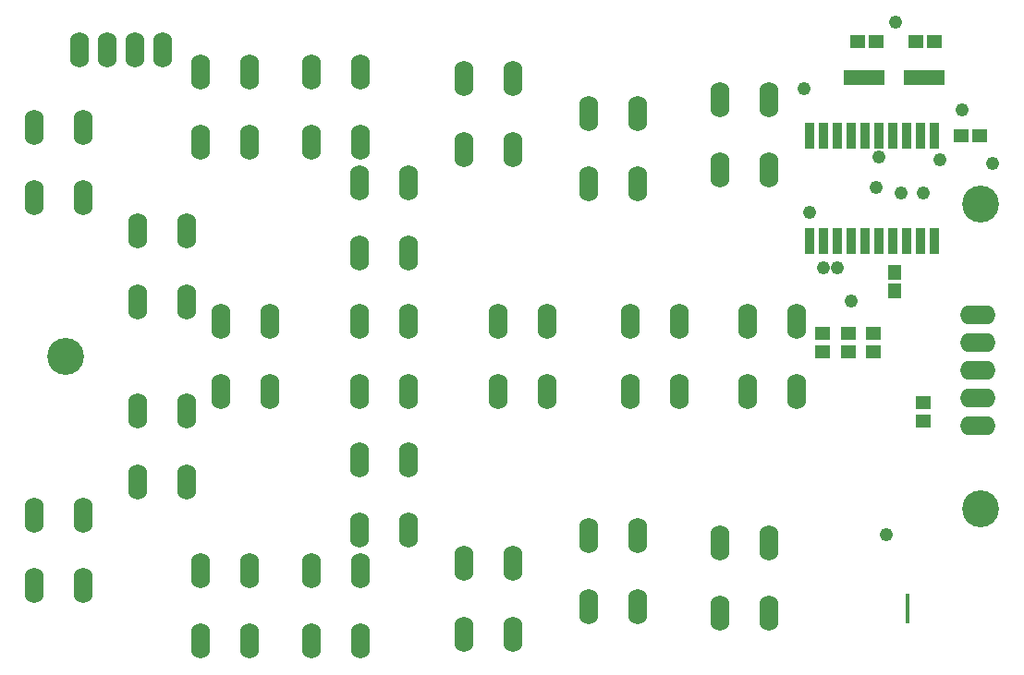
<source format=gts>
%FSTAX24Y24*%
%MOIN*%
G70*
G01*
G75*
G04 Layer_Color=8388736*
%ADD10R,0.0050X0.1000*%
%ADD11R,0.0440X0.0400*%
%ADD12R,0.0400X0.0440*%
%ADD13R,0.0440X0.0400*%
%ADD14R,0.0240X0.0870*%
%ADD15R,0.0240X0.0870*%
%ADD16R,0.1380X0.0480*%
%ADD17C,0.0160*%
%ADD18C,0.0240*%
%ADD19C,0.0120*%
%ADD20C,0.0200*%
%ADD21O,0.0600X0.1200*%
%ADD22O,0.1200X0.0600*%
%ADD23C,0.1250*%
%ADD24C,0.0400*%
%ADD25C,0.0060*%
%ADD26C,0.0050*%
%ADD27C,0.0020*%
%ADD28C,0.0100*%
%ADD29C,0.0034*%
%ADD30R,0.0130X0.1080*%
%ADD31R,0.0520X0.0480*%
%ADD32R,0.0480X0.0520*%
%ADD33R,0.0520X0.0480*%
%ADD34R,0.0320X0.0950*%
%ADD35R,0.0320X0.0950*%
%ADD36R,0.1460X0.0560*%
%ADD37O,0.0680X0.1280*%
%ADD38O,0.1280X0.0680*%
%ADD39C,0.1330*%
%ADD40C,0.0480*%
D30*
X042609Y013399D02*
D03*
D31*
X04149Y03385D02*
D03*
X040815D02*
D03*
X04291D02*
D03*
X043585D02*
D03*
X04524Y03045D02*
D03*
X044565D02*
D03*
D32*
X04215Y02486D02*
D03*
Y025535D02*
D03*
D33*
X0432Y02084D02*
D03*
Y020165D02*
D03*
X0414Y02334D02*
D03*
Y022665D02*
D03*
X0405Y02266D02*
D03*
Y023335D02*
D03*
X03955Y02266D02*
D03*
Y023335D02*
D03*
D34*
X0391Y02665D02*
D03*
X0396D02*
D03*
X0401D02*
D03*
X0406D02*
D03*
X0411D02*
D03*
X0416D02*
D03*
X0421D02*
D03*
X0426D02*
D03*
X0431D02*
D03*
X0436D02*
D03*
X0421Y03045D02*
D03*
X0416D02*
D03*
X0411D02*
D03*
X0406D02*
D03*
X0401D02*
D03*
X0396D02*
D03*
X0391D02*
D03*
X0426D02*
D03*
X0431D02*
D03*
D35*
X0436D02*
D03*
D36*
X041067Y03255D02*
D03*
X04324D02*
D03*
D37*
X01289Y03078D02*
D03*
X01111D02*
D03*
X01289Y02822D02*
D03*
X01111D02*
D03*
X01664Y02053D02*
D03*
X01486D02*
D03*
X01664Y01797D02*
D03*
X01486D02*
D03*
X01664Y02703D02*
D03*
X01486D02*
D03*
X01664Y02447D02*
D03*
X01486D02*
D03*
X01889Y01478D02*
D03*
X01711D02*
D03*
X01889Y01222D02*
D03*
X01711D02*
D03*
X01964Y02378D02*
D03*
X01786D02*
D03*
X01964Y02122D02*
D03*
X01786D02*
D03*
X01889Y03278D02*
D03*
X01711D02*
D03*
X01889Y03022D02*
D03*
X01711D02*
D03*
X02289Y01478D02*
D03*
X02111D02*
D03*
X02289Y01222D02*
D03*
X02111D02*
D03*
X02464Y01878D02*
D03*
X02286D02*
D03*
X02464Y01622D02*
D03*
X02286D02*
D03*
X02464Y02378D02*
D03*
X02286D02*
D03*
X02464Y02122D02*
D03*
X02286D02*
D03*
X02464Y02878D02*
D03*
X02286D02*
D03*
X02464Y02622D02*
D03*
X02286D02*
D03*
X02289Y03278D02*
D03*
X02111D02*
D03*
X02289Y03022D02*
D03*
X02111D02*
D03*
X02839Y01503D02*
D03*
X02661D02*
D03*
X02839Y01247D02*
D03*
X02661D02*
D03*
X02964Y02378D02*
D03*
X02786D02*
D03*
X02964Y02122D02*
D03*
X02786D02*
D03*
X03439Y02378D02*
D03*
X03261D02*
D03*
X03439Y02122D02*
D03*
X03261D02*
D03*
X03289Y01603D02*
D03*
X03111D02*
D03*
X03289Y01347D02*
D03*
X03111D02*
D03*
X02839Y03253D02*
D03*
X02661D02*
D03*
X02839Y02997D02*
D03*
X02661D02*
D03*
X03289Y03128D02*
D03*
X03111D02*
D03*
X03289Y02872D02*
D03*
X03111D02*
D03*
X03764Y01578D02*
D03*
X03586D02*
D03*
X03764Y01322D02*
D03*
X03586D02*
D03*
X03864Y02378D02*
D03*
X03686D02*
D03*
X03864Y02122D02*
D03*
X03686D02*
D03*
X03764Y03178D02*
D03*
X03586D02*
D03*
X03764Y02922D02*
D03*
X03586D02*
D03*
X01575Y03355D02*
D03*
X01475D02*
D03*
X01375D02*
D03*
X01275D02*
D03*
X01289Y01678D02*
D03*
X01111D02*
D03*
X01289Y01422D02*
D03*
X01111D02*
D03*
D38*
X04515Y024D02*
D03*
Y023D02*
D03*
Y022D02*
D03*
Y021D02*
D03*
Y02D02*
D03*
D39*
X01225Y0225D02*
D03*
X04525Y028D02*
D03*
Y017D02*
D03*
D40*
X0401Y0257D02*
D03*
X0396D02*
D03*
X0391Y0277D02*
D03*
X0406Y0245D02*
D03*
X0389Y03215D02*
D03*
X0416Y0297D02*
D03*
X04185Y01605D02*
D03*
X0415Y0286D02*
D03*
X0424Y0284D02*
D03*
X0432D02*
D03*
X0438Y0296D02*
D03*
X0422Y03455D02*
D03*
X0457Y02945D02*
D03*
X0446Y0314D02*
D03*
M02*

</source>
